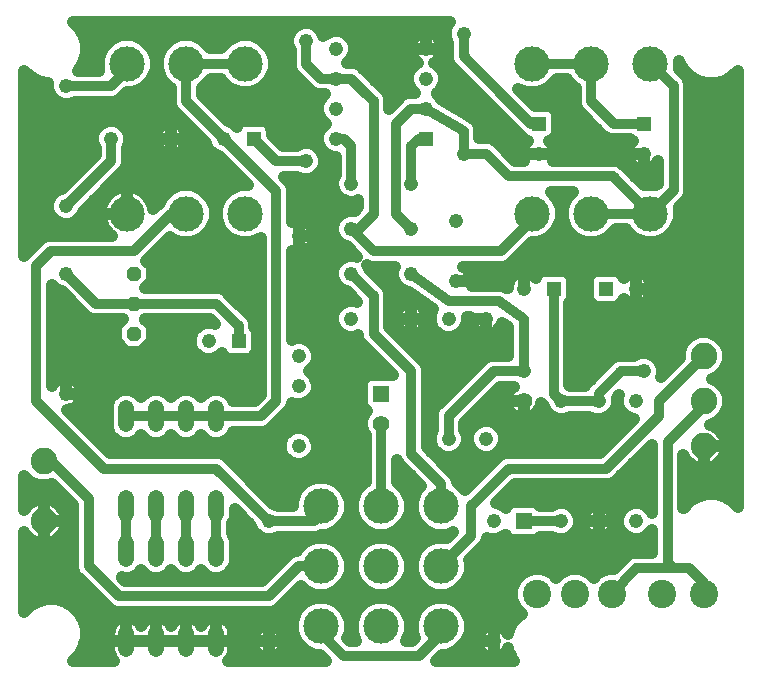
<source format=gbl>
G75*
G70*
%OFA0B0*%
%FSLAX24Y24*%
%IPPOS*%
%LPD*%
%AMOC8*
5,1,8,0,0,1.08239X$1,22.5*
%
%ADD10R,0.0476X0.0476*%
%ADD11C,0.0476*%
%ADD12C,0.0886*%
%ADD13C,0.0554*%
%ADD14R,0.0554X0.0554*%
%ADD15C,0.1181*%
%ADD16OC8,0.0476*%
%ADD17C,0.0520*%
%ADD18C,0.0945*%
%ADD19C,0.0400*%
%ADD20C,0.0320*%
D10*
X008052Y011552D03*
X008552Y018302D03*
X014302Y018302D03*
X018052Y018802D03*
X021552Y018802D03*
X020302Y013302D03*
X018552Y013302D03*
D11*
X017552Y013302D03*
X016302Y012302D03*
X015052Y012302D03*
X013802Y012302D03*
X013802Y013802D03*
X015302Y013552D03*
X013802Y015302D03*
X013802Y016802D03*
X015302Y015552D03*
X015552Y017802D03*
X014302Y019302D03*
X014302Y020302D03*
X014302Y021302D03*
X015552Y021802D03*
X011302Y021302D03*
X010302Y021552D03*
X011302Y020302D03*
X011302Y019302D03*
X011302Y018302D03*
X010302Y017552D03*
X011802Y016802D03*
X011802Y015302D03*
X011802Y013802D03*
X011802Y012302D03*
X010052Y011052D03*
X010052Y010052D03*
X010052Y008052D03*
X009052Y005552D03*
X009052Y001552D03*
X016552Y001552D03*
X016552Y005552D03*
X018802Y005552D03*
X020052Y005552D03*
X021302Y005552D03*
X021302Y009552D03*
X021552Y010552D03*
X020052Y009552D03*
X018802Y009552D03*
X017552Y010552D03*
X016302Y008302D03*
X015052Y008302D03*
X021302Y013302D03*
X021552Y017802D03*
X018052Y017802D03*
X010052Y015052D03*
X007552Y018302D03*
X005802Y018302D03*
X003802Y018302D03*
X002302Y020052D03*
X002302Y016052D03*
X002302Y013802D03*
X002302Y009802D03*
X007052Y011552D03*
D12*
X001552Y007552D03*
X001552Y005552D03*
X023552Y008052D03*
X023552Y009552D03*
X023552Y011052D03*
D13*
X017552Y009552D03*
X012802Y008802D03*
D14*
X012802Y009802D03*
X017552Y005552D03*
D15*
X014802Y006052D03*
X012802Y006052D03*
X010802Y006052D03*
X010802Y004052D03*
X012802Y004052D03*
X014802Y004052D03*
X014802Y002052D03*
X012802Y002052D03*
X010802Y002052D03*
X008271Y015802D03*
X006302Y015802D03*
X004334Y015802D03*
X004334Y020802D03*
X006302Y020802D03*
X008271Y020802D03*
X017834Y020802D03*
X019802Y020802D03*
X021771Y020802D03*
X021771Y015802D03*
X019802Y015802D03*
X017834Y015802D03*
D16*
X004552Y013802D03*
X004552Y012802D03*
X004552Y011802D03*
D17*
X004302Y009312D02*
X004302Y008792D01*
X005302Y008792D02*
X005302Y009312D01*
X006302Y009312D02*
X006302Y008792D01*
X007302Y008792D02*
X007302Y009312D01*
X007302Y006312D02*
X007302Y005792D01*
X006302Y005792D02*
X006302Y006312D01*
X005302Y006312D02*
X005302Y005792D01*
X004302Y005792D02*
X004302Y006312D01*
X004302Y004812D02*
X004302Y004292D01*
X005302Y004292D02*
X005302Y004812D01*
X006302Y004812D02*
X006302Y004292D01*
X007302Y004292D02*
X007302Y004812D01*
X007302Y001812D02*
X007302Y001292D01*
X006302Y001292D02*
X006302Y001812D01*
X005302Y001812D02*
X005302Y001292D01*
X004302Y001292D02*
X004302Y001812D01*
D18*
X018012Y003122D03*
X019262Y003122D03*
X020512Y003122D03*
X022152Y003127D03*
X023552Y003127D03*
D19*
X002724Y001096D02*
X002530Y000902D01*
X003900Y000902D01*
X003875Y000928D01*
X003823Y000999D01*
X003783Y001077D01*
X003756Y001161D01*
X003742Y001248D01*
X003742Y001552D01*
X004302Y001552D01*
X004302Y001553D01*
X004302Y002372D01*
X004258Y002372D01*
X004171Y002359D01*
X004087Y002331D01*
X004009Y002291D01*
X003938Y002239D01*
X003875Y002177D01*
X003823Y002106D01*
X003783Y002027D01*
X003756Y001944D01*
X003742Y001856D01*
X003742Y001553D01*
X004302Y001553D01*
X004303Y001553D01*
X004303Y002372D01*
X004346Y002372D01*
X004434Y002359D01*
X004517Y002331D01*
X004596Y002291D01*
X004667Y002239D01*
X004729Y002177D01*
X004781Y002106D01*
X004802Y002064D01*
X004823Y002106D01*
X004875Y002177D01*
X004938Y002239D01*
X005009Y002291D01*
X005087Y002331D01*
X005171Y002359D01*
X005258Y002372D01*
X005302Y002372D01*
X005302Y001553D01*
X005303Y001553D01*
X005303Y002372D01*
X005346Y002372D01*
X005434Y002359D01*
X005517Y002331D01*
X005596Y002291D01*
X005667Y002239D01*
X005729Y002177D01*
X005781Y002106D01*
X005802Y002064D01*
X005823Y002106D01*
X005875Y002177D01*
X005938Y002239D01*
X006009Y002291D01*
X006087Y002331D01*
X006171Y002359D01*
X006258Y002372D01*
X006302Y002372D01*
X006302Y001553D01*
X006303Y001553D01*
X006303Y002372D01*
X006346Y002372D01*
X006434Y002359D01*
X006517Y002331D01*
X006596Y002291D01*
X006667Y002239D01*
X006729Y002177D01*
X006781Y002106D01*
X006802Y002064D01*
X006823Y002106D01*
X006875Y002177D01*
X006938Y002239D01*
X007009Y002291D01*
X007087Y002331D01*
X007171Y002359D01*
X007258Y002372D01*
X007302Y002372D01*
X007302Y001553D01*
X007303Y001553D01*
X007303Y002372D01*
X007346Y002372D01*
X007434Y002359D01*
X007517Y002331D01*
X007596Y002291D01*
X007667Y002239D01*
X007729Y002177D01*
X007781Y002106D01*
X007821Y002027D01*
X007849Y001944D01*
X007862Y001856D01*
X007862Y001553D01*
X007303Y001553D01*
X007303Y001552D01*
X007862Y001552D01*
X007862Y001248D01*
X007849Y001161D01*
X007821Y001077D01*
X007781Y000999D01*
X007729Y000928D01*
X007704Y000902D01*
X010967Y000902D01*
X010768Y001102D01*
X010613Y001102D01*
X010264Y001247D01*
X009997Y001514D01*
X009852Y001863D01*
X009852Y002241D01*
X009997Y002591D01*
X010264Y002858D01*
X010613Y003003D01*
X010991Y003003D01*
X011341Y002858D01*
X011608Y002591D01*
X011753Y002241D01*
X011753Y001863D01*
X011672Y001668D01*
X011768Y001572D01*
X011972Y001572D01*
X011852Y001863D01*
X011852Y002241D01*
X011997Y002591D01*
X012264Y002858D01*
X012613Y003003D01*
X012991Y003003D01*
X013341Y002858D01*
X013608Y002591D01*
X013753Y002241D01*
X013753Y001863D01*
X013632Y001572D01*
X013837Y001572D01*
X013933Y001668D01*
X013852Y001863D01*
X013852Y002241D01*
X013997Y002591D01*
X014264Y002858D01*
X014613Y003003D01*
X014991Y003003D01*
X015341Y002858D01*
X015608Y002591D01*
X015753Y002241D01*
X015753Y001863D01*
X015608Y001514D01*
X015341Y001247D01*
X014991Y001102D01*
X014837Y001102D01*
X014638Y000902D01*
X017246Y000902D01*
X017211Y000938D01*
X017075Y001174D01*
X017036Y001317D01*
X017012Y001270D01*
X016963Y001202D01*
X016903Y001142D01*
X016834Y001092D01*
X016759Y001054D01*
X016678Y001028D01*
X016595Y001015D01*
X016553Y001015D01*
X016553Y001552D01*
X016552Y001552D01*
X016552Y001015D01*
X016510Y001015D01*
X016426Y001028D01*
X016346Y001054D01*
X016270Y001092D01*
X016202Y001142D01*
X016142Y001202D01*
X016092Y001270D01*
X016054Y001346D01*
X016028Y001426D01*
X016015Y001510D01*
X016015Y001552D01*
X016552Y001552D01*
X016552Y001553D01*
X016552Y002090D01*
X016510Y002090D01*
X016426Y002077D01*
X016346Y002051D01*
X016270Y002012D01*
X016202Y001963D01*
X016142Y001903D01*
X016092Y001834D01*
X016054Y001759D01*
X016028Y001678D01*
X016015Y001595D01*
X016015Y001553D01*
X016552Y001553D01*
X016553Y001553D01*
X016553Y002090D01*
X016595Y002090D01*
X016678Y002077D01*
X016759Y002051D01*
X016834Y002012D01*
X016903Y001963D01*
X016963Y001903D01*
X017012Y001834D01*
X017029Y001801D01*
X017075Y001971D01*
X017211Y002207D01*
X017403Y002399D01*
X017502Y002456D01*
X017307Y002651D01*
X017180Y002957D01*
X017180Y003288D01*
X017307Y003594D01*
X017541Y003828D01*
X017847Y003955D01*
X018178Y003955D01*
X018484Y003828D01*
X018637Y003675D01*
X018791Y003828D01*
X019097Y003955D01*
X019428Y003955D01*
X019734Y003828D01*
X019887Y003675D01*
X020041Y003828D01*
X020347Y003955D01*
X020574Y003955D01*
X020857Y004262D01*
X020862Y004272D01*
X020927Y004338D01*
X020991Y004406D01*
X021000Y004411D01*
X021008Y004418D01*
X021094Y004454D01*
X021178Y004493D01*
X021189Y004493D01*
X021199Y004497D01*
X021292Y004497D01*
X021385Y004501D01*
X021395Y004497D01*
X021832Y004497D01*
X021832Y005270D01*
X021809Y005214D01*
X021641Y005046D01*
X021421Y004955D01*
X021183Y004955D01*
X020964Y005046D01*
X020796Y005214D01*
X020705Y005433D01*
X020705Y005671D01*
X020796Y005891D01*
X020964Y006059D01*
X021183Y006150D01*
X021421Y006150D01*
X021641Y006059D01*
X021809Y005891D01*
X021832Y005835D01*
X021832Y008097D01*
X020743Y007008D01*
X020597Y006862D01*
X020406Y006782D01*
X017268Y006782D01*
X016635Y006150D01*
X016671Y006150D01*
X016891Y006059D01*
X016954Y005996D01*
X016970Y006033D01*
X017071Y006135D01*
X017204Y006189D01*
X017901Y006189D01*
X018033Y006135D01*
X018096Y006072D01*
X018496Y006072D01*
X018683Y006150D01*
X018921Y006150D01*
X019141Y006059D01*
X019309Y005891D01*
X019400Y005671D01*
X019400Y005433D01*
X019309Y005214D01*
X019141Y005046D01*
X018921Y004955D01*
X018683Y004955D01*
X018496Y005032D01*
X018096Y005032D01*
X018033Y004970D01*
X017901Y004915D01*
X017204Y004915D01*
X017071Y004970D01*
X016970Y005071D01*
X016954Y005109D01*
X016891Y005046D01*
X016671Y004955D01*
X016433Y004955D01*
X016322Y005001D01*
X016322Y004949D01*
X016243Y004758D01*
X015745Y004260D01*
X015753Y004241D01*
X015753Y003863D01*
X015608Y003514D01*
X015341Y003247D01*
X014991Y003102D01*
X014613Y003102D01*
X014264Y003247D01*
X013997Y003514D01*
X013852Y003863D01*
X013852Y004241D01*
X013997Y004591D01*
X014264Y004858D01*
X014613Y005003D01*
X014991Y005003D01*
X015010Y004995D01*
X015205Y005190D01*
X014991Y005102D01*
X014613Y005102D01*
X014264Y005247D01*
X013997Y005514D01*
X013852Y005863D01*
X013852Y006241D01*
X013997Y006591D01*
X014138Y006732D01*
X013508Y007362D01*
X013362Y007508D01*
X013322Y007603D01*
X013322Y006866D01*
X013341Y006858D01*
X013608Y006591D01*
X013753Y006241D01*
X013753Y005863D01*
X013608Y005514D01*
X013341Y005247D01*
X012991Y005102D01*
X012613Y005102D01*
X012264Y005247D01*
X011997Y005514D01*
X011852Y005863D01*
X011852Y006241D01*
X011997Y006591D01*
X012264Y006858D01*
X012282Y006866D01*
X012282Y008421D01*
X012262Y008441D01*
X012165Y008676D01*
X012165Y008929D01*
X012262Y009163D01*
X012320Y009221D01*
X012220Y009321D01*
X012165Y009454D01*
X012165Y010151D01*
X012220Y010283D01*
X012321Y010385D01*
X012454Y010439D01*
X013151Y010439D01*
X013200Y010419D01*
X012258Y011362D01*
X012112Y011508D01*
X012032Y011699D01*
X012032Y011751D01*
X011921Y011705D01*
X011683Y011705D01*
X011464Y011796D01*
X011296Y011964D01*
X011205Y012183D01*
X011205Y012421D01*
X011296Y012641D01*
X011464Y012809D01*
X011683Y012900D01*
X011921Y012900D01*
X012003Y012866D01*
X011652Y013218D01*
X011464Y013296D01*
X011296Y013464D01*
X011205Y013683D01*
X011205Y013921D01*
X011296Y014141D01*
X011464Y014309D01*
X011683Y014400D01*
X011921Y014400D01*
X012003Y014366D01*
X011652Y014718D01*
X011464Y014796D01*
X011296Y014964D01*
X011205Y015183D01*
X011205Y015421D01*
X011296Y015641D01*
X011464Y015809D01*
X011683Y015900D01*
X011915Y015900D01*
X012032Y016018D01*
X012032Y016251D01*
X011921Y016205D01*
X011683Y016205D01*
X011464Y016296D01*
X011296Y016464D01*
X011205Y016683D01*
X011205Y016921D01*
X011282Y017109D01*
X011282Y017705D01*
X011183Y017705D01*
X010964Y017796D01*
X010796Y017964D01*
X010705Y018183D01*
X010705Y018421D01*
X010796Y018641D01*
X010957Y018802D01*
X010796Y018964D01*
X010705Y019183D01*
X010705Y019421D01*
X010796Y019641D01*
X010937Y019782D01*
X010699Y019782D01*
X010508Y019862D01*
X010362Y020008D01*
X009862Y020508D01*
X009782Y020699D01*
X009782Y020906D01*
X009782Y021246D01*
X009705Y021433D01*
X009705Y021671D01*
X009796Y021891D01*
X009964Y022059D01*
X010183Y022150D01*
X010421Y022150D01*
X010641Y022059D01*
X010809Y021891D01*
X010878Y021724D01*
X010964Y021809D01*
X011183Y021900D01*
X011421Y021900D01*
X011641Y021809D01*
X011809Y021641D01*
X011900Y021421D01*
X011900Y021183D01*
X011809Y020964D01*
X011668Y020822D01*
X011699Y020822D01*
X011906Y020822D01*
X012097Y020743D01*
X012597Y020243D01*
X012847Y019993D01*
X012993Y019847D01*
X013072Y019656D01*
X013072Y019308D01*
X013362Y019597D01*
X013508Y019743D01*
X013699Y019822D01*
X013937Y019822D01*
X013796Y019964D01*
X013705Y020183D01*
X013705Y020421D01*
X013796Y020641D01*
X013964Y020809D01*
X014031Y020837D01*
X014020Y020842D01*
X013952Y020892D01*
X013892Y020952D01*
X013842Y021020D01*
X013804Y021096D01*
X013778Y021176D01*
X013765Y021260D01*
X013765Y021302D01*
X014302Y021302D01*
X014302Y021303D01*
X014302Y021840D01*
X014260Y021840D01*
X014176Y021827D01*
X014096Y021801D01*
X014020Y021762D01*
X013952Y021713D01*
X013892Y021653D01*
X013842Y021584D01*
X013804Y021509D01*
X013778Y021428D01*
X013765Y021345D01*
X013765Y021303D01*
X014302Y021303D01*
X014303Y021303D01*
X014303Y021840D01*
X014345Y021840D01*
X014428Y021827D01*
X014509Y021801D01*
X014584Y021762D01*
X014653Y021713D01*
X014713Y021653D01*
X014762Y021584D01*
X014801Y021509D01*
X014827Y021428D01*
X014840Y021345D01*
X014840Y021303D01*
X014303Y021303D01*
X014303Y021302D01*
X014840Y021302D01*
X014840Y021260D01*
X014827Y021176D01*
X014801Y021096D01*
X014762Y021020D01*
X014713Y020952D01*
X014653Y020892D01*
X014584Y020842D01*
X014574Y020837D01*
X014641Y020809D01*
X014809Y020641D01*
X014900Y020421D01*
X014900Y020183D01*
X014809Y019964D01*
X014648Y019802D01*
X014809Y019641D01*
X014829Y019593D01*
X015787Y019018D01*
X015847Y018993D01*
X015875Y018965D01*
X015909Y018945D01*
X015947Y018893D01*
X015993Y018847D01*
X016008Y018811D01*
X016032Y018779D01*
X016048Y018716D01*
X016072Y018656D01*
X016072Y018616D01*
X016082Y018578D01*
X016072Y018514D01*
X016072Y018322D01*
X016199Y018322D01*
X016406Y018322D01*
X016597Y018243D01*
X017268Y017572D01*
X017566Y017572D01*
X017554Y017596D01*
X017528Y017676D01*
X017515Y017760D01*
X017515Y017802D01*
X018052Y017802D01*
X018052Y017803D01*
X017515Y017803D01*
X017515Y017845D01*
X017528Y017928D01*
X017554Y018009D01*
X017592Y018084D01*
X017642Y018153D01*
X017702Y018213D01*
X017710Y018218D01*
X017611Y018259D01*
X017509Y018361D01*
X017509Y018361D01*
X017508Y018362D01*
X017362Y018508D01*
X016362Y019508D01*
X015112Y020758D01*
X015032Y020949D01*
X015032Y021156D01*
X015032Y021496D01*
X014955Y021683D01*
X014955Y021921D01*
X015046Y022141D01*
X015107Y022202D01*
X002530Y022202D01*
X002724Y022009D01*
X002875Y021747D01*
X002954Y021454D01*
X002954Y021151D01*
X002875Y020858D01*
X002724Y020596D01*
X002700Y020572D01*
X003400Y020572D01*
X003383Y020613D01*
X003383Y020991D01*
X003528Y021341D01*
X003795Y021608D01*
X004145Y021753D01*
X004523Y021753D01*
X004872Y021608D01*
X005140Y021341D01*
X005284Y020991D01*
X005284Y020613D01*
X005140Y020264D01*
X004872Y019997D01*
X004523Y019852D01*
X004337Y019852D01*
X004243Y019758D01*
X004097Y019612D01*
X003906Y019532D01*
X002609Y019532D01*
X002421Y019455D01*
X002183Y019455D01*
X001964Y019546D01*
X001796Y019714D01*
X001705Y019933D01*
X001705Y020151D01*
X001651Y020151D01*
X001358Y020230D01*
X001096Y020381D01*
X000902Y020574D01*
X000902Y014388D01*
X001008Y014493D01*
X001508Y014993D01*
X001699Y015072D01*
X001906Y015072D01*
X003822Y015072D01*
X003745Y015131D01*
X003663Y015214D01*
X003592Y015307D01*
X003533Y015408D01*
X003489Y015515D01*
X003459Y015628D01*
X003443Y015744D01*
X003443Y015802D01*
X004333Y015802D01*
X004333Y015803D01*
X003443Y015803D01*
X003443Y015861D01*
X003459Y015976D01*
X003489Y016089D01*
X003533Y016197D01*
X003592Y016298D01*
X003663Y016391D01*
X003745Y016473D01*
X003838Y016544D01*
X003939Y016603D01*
X004047Y016647D01*
X004160Y016678D01*
X004275Y016693D01*
X004334Y016693D01*
X004334Y015803D01*
X004334Y015803D01*
X004334Y016693D01*
X004392Y016693D01*
X004508Y016678D01*
X004621Y016647D01*
X004729Y016603D01*
X004830Y016544D01*
X004922Y016473D01*
X005005Y016391D01*
X005076Y016298D01*
X005134Y016197D01*
X005179Y016089D01*
X005209Y015976D01*
X005213Y015948D01*
X005420Y016155D01*
X005497Y016341D01*
X005764Y016608D01*
X006113Y016753D01*
X006491Y016753D01*
X006841Y016608D01*
X007108Y016341D01*
X007253Y015991D01*
X007253Y015613D01*
X007108Y015264D01*
X006841Y014997D01*
X006491Y014852D01*
X006113Y014852D01*
X005764Y014997D01*
X005748Y015013D01*
X004993Y014258D01*
X004968Y014232D01*
X005150Y014050D01*
X005150Y013555D01*
X004918Y013322D01*
X007406Y013322D01*
X007597Y013243D01*
X007743Y013097D01*
X008493Y012347D01*
X008572Y012156D01*
X008572Y012017D01*
X008595Y011994D01*
X008650Y011862D01*
X008650Y011243D01*
X008595Y011111D01*
X008494Y011009D01*
X008362Y010955D01*
X007743Y010955D01*
X007611Y011009D01*
X007509Y011111D01*
X007494Y011148D01*
X007391Y011046D01*
X007171Y010955D01*
X006933Y010955D01*
X006714Y011046D01*
X006546Y011214D01*
X006455Y011433D01*
X006455Y011671D01*
X006546Y011891D01*
X006714Y012059D01*
X006933Y012150D01*
X007171Y012150D01*
X007253Y012116D01*
X007087Y012282D01*
X004918Y012282D01*
X005150Y012050D01*
X005150Y011555D01*
X004800Y011205D01*
X004305Y011205D01*
X003955Y011555D01*
X003955Y012050D01*
X004187Y012282D01*
X003199Y012282D01*
X003008Y012362D01*
X002862Y012508D01*
X002152Y013218D01*
X001964Y013296D01*
X001822Y013437D01*
X001822Y010045D01*
X001842Y010084D01*
X001892Y010153D01*
X001952Y010213D01*
X002020Y010262D01*
X002096Y010301D01*
X002176Y010327D01*
X002260Y010340D01*
X002302Y010340D01*
X002302Y009803D01*
X002303Y009803D01*
X002303Y010340D01*
X002345Y010340D01*
X002428Y010327D01*
X002509Y010301D01*
X002584Y010262D01*
X002653Y010213D01*
X002713Y010153D01*
X002762Y010084D01*
X002801Y010009D01*
X002827Y009928D01*
X002840Y009845D01*
X002840Y009803D01*
X002303Y009803D01*
X002303Y009802D01*
X002840Y009802D01*
X002840Y009760D01*
X002827Y009676D01*
X002801Y009596D01*
X002762Y009520D01*
X002713Y009452D01*
X002653Y009392D01*
X002584Y009342D01*
X002509Y009304D01*
X002428Y009278D01*
X002345Y009265D01*
X002325Y009265D01*
X003768Y007822D01*
X007199Y007822D01*
X007406Y007822D01*
X007597Y007743D01*
X009203Y006137D01*
X009359Y006072D01*
X009852Y006072D01*
X009852Y006241D01*
X009997Y006591D01*
X010264Y006858D01*
X010613Y007003D01*
X010991Y007003D01*
X011341Y006858D01*
X011608Y006591D01*
X011753Y006241D01*
X011753Y005863D01*
X011608Y005514D01*
X011341Y005247D01*
X010991Y005102D01*
X010823Y005102D01*
X010656Y005032D01*
X009359Y005032D01*
X009171Y004955D01*
X008933Y004955D01*
X008714Y005046D01*
X008546Y005214D01*
X008468Y005402D01*
X007922Y005947D01*
X007922Y005669D01*
X007828Y005441D01*
X007822Y005436D01*
X007822Y005169D01*
X007828Y005164D01*
X007922Y004936D01*
X007922Y004169D01*
X007828Y003941D01*
X007654Y003767D01*
X007426Y003672D01*
X007179Y003672D01*
X006951Y003767D01*
X006802Y003916D01*
X006654Y003767D01*
X006426Y003672D01*
X006179Y003672D01*
X005951Y003767D01*
X005802Y003916D01*
X005654Y003767D01*
X005426Y003672D01*
X005179Y003672D01*
X004951Y003767D01*
X004802Y003916D01*
X004654Y003767D01*
X004426Y003672D01*
X004179Y003672D01*
X004160Y003680D01*
X004268Y003572D01*
X008837Y003572D01*
X009758Y004493D01*
X009949Y004572D01*
X009989Y004572D01*
X009997Y004591D01*
X010264Y004858D01*
X010613Y005003D01*
X010991Y005003D01*
X011341Y004858D01*
X011608Y004591D01*
X011753Y004241D01*
X011753Y003863D01*
X011608Y003514D01*
X011341Y003247D01*
X010991Y003102D01*
X010613Y003102D01*
X010264Y003247D01*
X010123Y003388D01*
X009347Y002612D01*
X009156Y002532D01*
X008949Y002532D01*
X004156Y002532D01*
X003949Y002532D01*
X003758Y002612D01*
X003258Y003112D01*
X003258Y003112D01*
X002758Y003612D01*
X002758Y003612D01*
X002612Y003758D01*
X002532Y003949D01*
X002532Y006087D01*
X001824Y006796D01*
X001712Y006749D01*
X001393Y006749D01*
X001098Y006872D01*
X000902Y007067D01*
X000902Y005912D01*
X000933Y005966D01*
X000993Y006043D01*
X001061Y006112D01*
X001139Y006171D01*
X001223Y006220D01*
X001313Y006257D01*
X001407Y006283D01*
X001504Y006295D01*
X001552Y006295D01*
X001552Y005553D01*
X001553Y005553D01*
X001553Y006295D01*
X001601Y006295D01*
X001698Y006283D01*
X001792Y006257D01*
X001882Y006220D01*
X001966Y006171D01*
X002043Y006112D01*
X002112Y006043D01*
X002171Y005966D01*
X002220Y005882D01*
X002532Y005882D01*
X002257Y005792D02*
X002283Y005698D01*
X002295Y005601D01*
X002295Y005553D01*
X001553Y005553D01*
X001553Y005552D01*
X002295Y005552D01*
X002295Y005504D01*
X002283Y005407D01*
X002257Y005313D01*
X002220Y005223D01*
X002171Y005139D01*
X002112Y005061D01*
X002043Y004993D01*
X001966Y004933D01*
X001882Y004885D01*
X001792Y004847D01*
X001698Y004822D01*
X001601Y004809D01*
X001553Y004809D01*
X001553Y005552D01*
X001552Y005552D01*
X001552Y004809D01*
X001504Y004809D01*
X001407Y004822D01*
X001313Y004847D01*
X001223Y004885D01*
X001139Y004933D01*
X001061Y004993D01*
X000993Y005061D01*
X000933Y005139D01*
X000902Y005192D01*
X000902Y002530D01*
X001096Y002724D01*
X001358Y002875D01*
X001651Y002954D01*
X001954Y002954D01*
X002247Y002875D01*
X002509Y002724D01*
X002724Y002509D01*
X002875Y002247D01*
X002954Y001954D01*
X002954Y001651D01*
X002875Y001358D01*
X002724Y001096D01*
X002726Y001099D02*
X003776Y001099D01*
X003742Y001498D02*
X002913Y001498D01*
X002954Y001897D02*
X003749Y001897D01*
X004016Y002295D02*
X002847Y002295D01*
X002539Y002694D02*
X003676Y002694D01*
X003277Y003092D02*
X000902Y003092D01*
X000902Y002694D02*
X001066Y002694D01*
X000902Y003491D02*
X002879Y003491D01*
X002557Y003889D02*
X000902Y003889D01*
X000902Y004288D02*
X002532Y004288D01*
X002532Y004686D02*
X000902Y004686D01*
X000902Y005085D02*
X000975Y005085D01*
X001552Y005085D02*
X001553Y005085D01*
X001552Y005483D02*
X001553Y005483D01*
X001552Y005882D02*
X001553Y005882D01*
X001552Y006281D02*
X001553Y006281D01*
X001705Y006281D02*
X002339Y006281D01*
X002220Y005882D02*
X002257Y005792D01*
X002293Y005483D02*
X002532Y005483D01*
X002532Y005085D02*
X002130Y005085D01*
X001400Y006281D02*
X000902Y006281D01*
X000902Y006679D02*
X001940Y006679D01*
X003317Y008273D02*
X003945Y008273D01*
X003951Y008267D02*
X004179Y008172D01*
X004426Y008172D01*
X004654Y008267D01*
X004802Y008416D01*
X004951Y008267D01*
X005179Y008172D01*
X005426Y008172D01*
X005654Y008267D01*
X005802Y008416D01*
X005951Y008267D01*
X006179Y008172D01*
X006426Y008172D01*
X006654Y008267D01*
X006802Y008416D01*
X006951Y008267D01*
X007179Y008172D01*
X007426Y008172D01*
X007654Y008267D01*
X007828Y008441D01*
X007866Y008532D01*
X008906Y008532D01*
X009097Y008612D01*
X009243Y008758D01*
X009743Y009258D01*
X009822Y009449D01*
X009822Y009501D01*
X009933Y009455D01*
X010171Y009455D01*
X010391Y009546D01*
X010559Y009714D01*
X010650Y009933D01*
X010650Y010171D01*
X010559Y010391D01*
X010398Y010552D01*
X010559Y010714D01*
X010650Y010933D01*
X010650Y011171D01*
X010559Y011391D01*
X010391Y011559D01*
X010171Y011650D01*
X009933Y011650D01*
X009822Y011604D01*
X009822Y014566D01*
X009846Y014554D01*
X009926Y014528D01*
X010010Y014515D01*
X010052Y014515D01*
X010052Y015052D01*
X010053Y015052D01*
X010053Y015053D01*
X010052Y015053D01*
X010052Y015590D01*
X010010Y015590D01*
X009926Y015577D01*
X009846Y015551D01*
X009822Y015539D01*
X009822Y016656D01*
X009743Y016847D01*
X009597Y016993D01*
X009558Y017032D01*
X009996Y017032D01*
X010183Y016955D01*
X010421Y016955D01*
X010641Y017046D01*
X010809Y017214D01*
X010900Y017433D01*
X010900Y017671D01*
X010809Y017891D01*
X010641Y018059D01*
X010421Y018150D01*
X010183Y018150D01*
X009996Y018072D01*
X009518Y018072D01*
X009150Y018440D01*
X009150Y018612D01*
X009095Y018744D01*
X008994Y018845D01*
X008862Y018900D01*
X008243Y018900D01*
X008111Y018845D01*
X008009Y018744D01*
X007994Y018706D01*
X007891Y018809D01*
X007703Y018887D01*
X006822Y019768D01*
X006822Y019989D01*
X006841Y019997D01*
X007108Y020264D01*
X007116Y020282D01*
X007457Y020282D01*
X007465Y020264D01*
X007732Y019997D01*
X008082Y019852D01*
X008460Y019852D01*
X008809Y019997D01*
X009077Y020264D01*
X009221Y020613D01*
X009221Y020991D01*
X009077Y021341D01*
X008809Y021608D01*
X008460Y021753D01*
X008082Y021753D01*
X007732Y021608D01*
X007465Y021341D01*
X007457Y021322D01*
X007116Y021322D01*
X007108Y021341D01*
X006841Y021608D01*
X006491Y021753D01*
X006113Y021753D01*
X005764Y021608D01*
X005497Y021341D01*
X005352Y020991D01*
X005352Y020613D01*
X005497Y020264D01*
X005764Y019997D01*
X005782Y019989D01*
X005782Y019656D01*
X005782Y019449D01*
X005862Y019258D01*
X006968Y018152D01*
X007046Y017964D01*
X007214Y017796D01*
X007402Y017718D01*
X008366Y016753D01*
X008082Y016753D01*
X007732Y016608D01*
X007465Y016341D01*
X007320Y015991D01*
X007320Y015613D01*
X007465Y015264D01*
X007732Y014997D01*
X008082Y014852D01*
X008460Y014852D01*
X008782Y014985D01*
X008782Y009768D01*
X008587Y009572D01*
X007866Y009572D01*
X007828Y009664D01*
X007654Y009838D01*
X007426Y009932D01*
X007179Y009932D01*
X006951Y009838D01*
X006802Y009689D01*
X006654Y009838D01*
X006426Y009932D01*
X006179Y009932D01*
X005951Y009838D01*
X005802Y009689D01*
X005654Y009838D01*
X005426Y009932D01*
X005179Y009932D01*
X004951Y009838D01*
X004802Y009689D01*
X004654Y009838D01*
X004426Y009932D01*
X004179Y009932D01*
X003951Y009838D01*
X003777Y009664D01*
X003682Y009436D01*
X003682Y008669D01*
X003777Y008441D01*
X003951Y008267D01*
X003715Y007875D02*
X009479Y007875D01*
X009455Y007933D02*
X009455Y008171D01*
X009546Y008391D01*
X009714Y008559D01*
X009933Y008650D01*
X010171Y008650D01*
X010391Y008559D01*
X010559Y008391D01*
X010650Y008171D01*
X010650Y007933D01*
X010559Y007714D01*
X010391Y007546D01*
X010171Y007455D01*
X009933Y007455D01*
X009714Y007546D01*
X009546Y007714D01*
X009455Y007933D01*
X009497Y008273D02*
X007660Y008273D01*
X006945Y008273D02*
X006660Y008273D01*
X005945Y008273D02*
X005660Y008273D01*
X004945Y008273D02*
X004660Y008273D01*
X003682Y008672D02*
X002918Y008672D01*
X002520Y009070D02*
X003682Y009070D01*
X003696Y009469D02*
X002725Y009469D01*
X002837Y009867D02*
X004022Y009867D01*
X004582Y009867D02*
X005022Y009867D01*
X005582Y009867D02*
X006022Y009867D01*
X006582Y009867D02*
X007022Y009867D01*
X007582Y009867D02*
X008782Y009867D01*
X008782Y010266D02*
X002577Y010266D01*
X002303Y010266D02*
X002302Y010266D01*
X002028Y010266D02*
X001822Y010266D01*
X001822Y010664D02*
X008782Y010664D01*
X008782Y011063D02*
X008548Y011063D01*
X008650Y011462D02*
X008782Y011462D01*
X008782Y011860D02*
X008650Y011860D01*
X008530Y012259D02*
X008782Y012259D01*
X008782Y012657D02*
X008183Y012657D01*
X007784Y013056D02*
X008782Y013056D01*
X008782Y013454D02*
X005050Y013454D01*
X005150Y013853D02*
X008782Y013853D01*
X008782Y014251D02*
X004987Y014251D01*
X005385Y014650D02*
X008782Y014650D01*
X009822Y014251D02*
X011406Y014251D01*
X011205Y013853D02*
X009822Y013853D01*
X009822Y013454D02*
X011305Y013454D01*
X011814Y013056D02*
X009822Y013056D01*
X009822Y012657D02*
X011312Y012657D01*
X011205Y012259D02*
X009822Y012259D01*
X009822Y011860D02*
X011399Y011860D01*
X012158Y011462D02*
X010489Y011462D01*
X010650Y011063D02*
X012556Y011063D01*
X012955Y010664D02*
X010510Y010664D01*
X010611Y010266D02*
X012213Y010266D01*
X012165Y009867D02*
X010623Y009867D01*
X010206Y009469D02*
X012165Y009469D01*
X012224Y009070D02*
X009556Y009070D01*
X009822Y009469D02*
X009899Y009469D01*
X009157Y008672D02*
X012167Y008672D01*
X012282Y008273D02*
X010608Y008273D01*
X010626Y007875D02*
X012282Y007875D01*
X012282Y007476D02*
X010223Y007476D01*
X009881Y007476D02*
X007864Y007476D01*
X008262Y007078D02*
X012282Y007078D01*
X012085Y006679D02*
X011520Y006679D01*
X011737Y006281D02*
X011868Y006281D01*
X011852Y005882D02*
X011753Y005882D01*
X011578Y005483D02*
X012027Y005483D01*
X012264Y004858D02*
X011997Y004591D01*
X011852Y004241D01*
X011852Y003863D01*
X011997Y003514D01*
X012264Y003247D01*
X012613Y003102D01*
X012991Y003102D01*
X013341Y003247D01*
X013608Y003514D01*
X013753Y003863D01*
X013753Y004241D01*
X013608Y004591D01*
X013341Y004858D01*
X012991Y005003D01*
X012613Y005003D01*
X012264Y004858D01*
X012092Y004686D02*
X011513Y004686D01*
X011734Y004288D02*
X011871Y004288D01*
X011852Y003889D02*
X011753Y003889D01*
X011585Y003491D02*
X012020Y003491D01*
X012099Y002694D02*
X011505Y002694D01*
X011731Y002295D02*
X011874Y002295D01*
X011852Y001897D02*
X011753Y001897D01*
X010770Y001099D02*
X009344Y001099D01*
X009334Y001092D02*
X009403Y001142D01*
X009463Y001202D01*
X009512Y001270D01*
X009551Y001346D01*
X009577Y001426D01*
X009590Y001510D01*
X009590Y001552D01*
X009053Y001552D01*
X009053Y001553D01*
X009052Y001553D01*
X009052Y002090D01*
X009010Y002090D01*
X008926Y002077D01*
X008846Y002051D01*
X008770Y002012D01*
X008702Y001963D01*
X008642Y001903D01*
X008592Y001834D01*
X008554Y001759D01*
X008528Y001678D01*
X008515Y001595D01*
X008515Y001553D01*
X009052Y001553D01*
X009052Y001552D01*
X008515Y001552D01*
X008515Y001510D01*
X008528Y001426D01*
X008554Y001346D01*
X008592Y001270D01*
X008642Y001202D01*
X008702Y001142D01*
X008770Y001092D01*
X008846Y001054D01*
X008926Y001028D01*
X009010Y001015D01*
X009052Y001015D01*
X009052Y001552D01*
X009053Y001552D01*
X009053Y001015D01*
X009095Y001015D01*
X009178Y001028D01*
X009259Y001054D01*
X009334Y001092D01*
X009053Y001099D02*
X009052Y001099D01*
X008761Y001099D02*
X007828Y001099D01*
X007862Y001498D02*
X008516Y001498D01*
X008638Y001897D02*
X007856Y001897D01*
X007588Y002295D02*
X009874Y002295D01*
X009852Y001897D02*
X009467Y001897D01*
X009463Y001903D02*
X009403Y001963D01*
X009334Y002012D01*
X009259Y002051D01*
X009178Y002077D01*
X009095Y002090D01*
X009053Y002090D01*
X009053Y001553D01*
X009590Y001553D01*
X009590Y001595D01*
X009577Y001678D01*
X009551Y001759D01*
X009512Y001834D01*
X009463Y001903D01*
X009053Y001897D02*
X009052Y001897D01*
X009052Y001498D02*
X009053Y001498D01*
X009588Y001498D02*
X010012Y001498D01*
X010099Y002694D02*
X009429Y002694D01*
X009828Y003092D02*
X017180Y003092D01*
X017264Y003491D02*
X015585Y003491D01*
X015753Y003889D02*
X017689Y003889D01*
X018336Y003889D02*
X018939Y003889D01*
X019586Y003889D02*
X020189Y003889D01*
X020877Y004288D02*
X015773Y004288D01*
X016172Y004686D02*
X021832Y004686D01*
X021832Y005085D02*
X021680Y005085D01*
X020924Y005085D02*
X020319Y005085D01*
X020334Y005092D02*
X020403Y005142D01*
X020463Y005202D01*
X020512Y005270D01*
X020551Y005346D01*
X020577Y005426D01*
X020590Y005510D01*
X020590Y005552D01*
X020053Y005552D01*
X020053Y005553D01*
X020052Y005553D01*
X020052Y006090D01*
X020010Y006090D01*
X019926Y006077D01*
X019846Y006051D01*
X019770Y006012D01*
X019702Y005963D01*
X019642Y005903D01*
X019592Y005834D01*
X019554Y005759D01*
X019528Y005678D01*
X019515Y005595D01*
X019515Y005553D01*
X020052Y005553D01*
X020052Y005552D01*
X019515Y005552D01*
X019515Y005510D01*
X019528Y005426D01*
X019554Y005346D01*
X019592Y005270D01*
X019642Y005202D01*
X019702Y005142D01*
X019770Y005092D01*
X019846Y005054D01*
X019926Y005028D01*
X020010Y005015D01*
X020052Y005015D01*
X020052Y005552D01*
X020053Y005552D01*
X020053Y005015D01*
X020095Y005015D01*
X020178Y005028D01*
X020259Y005054D01*
X020334Y005092D01*
X020053Y005085D02*
X020052Y005085D01*
X019785Y005085D02*
X019180Y005085D01*
X019400Y005483D02*
X019519Y005483D01*
X019627Y005882D02*
X019313Y005882D01*
X020052Y005882D02*
X020053Y005882D01*
X020053Y006090D02*
X020053Y005553D01*
X020590Y005553D01*
X020590Y005595D01*
X020577Y005678D01*
X020551Y005759D01*
X020512Y005834D01*
X020463Y005903D01*
X020403Y005963D01*
X020334Y006012D01*
X020259Y006051D01*
X020178Y006077D01*
X020095Y006090D01*
X020053Y006090D01*
X020478Y005882D02*
X020792Y005882D01*
X020705Y005483D02*
X020586Y005483D01*
X020053Y005483D02*
X020052Y005483D01*
X020813Y007078D02*
X021832Y007078D01*
X021832Y007476D02*
X021211Y007476D01*
X021610Y007875D02*
X021832Y007875D01*
X022872Y007753D02*
X022885Y007723D01*
X022933Y007639D01*
X022993Y007561D01*
X023061Y007493D01*
X023139Y007433D01*
X023223Y007385D01*
X023313Y007347D01*
X023407Y007322D01*
X023504Y007309D01*
X023552Y007309D01*
X023552Y008052D01*
X023553Y008052D01*
X023553Y008053D01*
X024295Y008053D01*
X024295Y008101D01*
X024283Y008198D01*
X024257Y008292D01*
X024220Y008382D01*
X024171Y008466D01*
X024112Y008543D01*
X024043Y008612D01*
X023966Y008671D01*
X023882Y008720D01*
X023792Y008757D01*
X023755Y008767D01*
X024007Y008872D01*
X024233Y009098D01*
X024355Y009393D01*
X024355Y009712D01*
X024233Y010007D01*
X024007Y010233D01*
X023840Y010302D01*
X024007Y010372D01*
X024233Y010598D01*
X024355Y010893D01*
X024355Y011212D01*
X024233Y011507D01*
X024007Y011733D01*
X023712Y011855D01*
X023393Y011855D01*
X023098Y011733D01*
X022872Y011507D01*
X022749Y011212D01*
X022749Y010985D01*
X022116Y010351D01*
X022150Y010433D01*
X022150Y010671D01*
X022059Y010891D01*
X021891Y011059D01*
X021671Y011150D01*
X021433Y011150D01*
X021246Y011072D01*
X020699Y011072D01*
X020508Y010993D01*
X020362Y010847D01*
X019612Y010097D01*
X019601Y010072D01*
X019109Y010072D01*
X019072Y010088D01*
X019072Y012838D01*
X019095Y012861D01*
X019150Y012993D01*
X019150Y013612D01*
X019095Y013744D01*
X018994Y013845D01*
X018862Y013900D01*
X018243Y013900D01*
X018111Y013845D01*
X018009Y013744D01*
X017968Y013645D01*
X017963Y013653D01*
X017903Y013713D01*
X017834Y013762D01*
X017759Y013801D01*
X017678Y013827D01*
X017595Y013840D01*
X017553Y013840D01*
X017553Y013303D01*
X017552Y013303D01*
X017552Y013840D01*
X017510Y013840D01*
X017426Y013827D01*
X017346Y013801D01*
X017270Y013762D01*
X017202Y013713D01*
X017142Y013653D01*
X017092Y013584D01*
X017054Y013509D01*
X017028Y013428D01*
X017015Y013345D01*
X017015Y013321D01*
X016978Y013336D01*
X016940Y013363D01*
X016884Y013375D01*
X016831Y013397D01*
X016784Y013397D01*
X016738Y013407D01*
X016681Y013397D01*
X015817Y013397D01*
X015827Y013426D01*
X015840Y013510D01*
X015840Y013552D01*
X015303Y013552D01*
X015303Y013553D01*
X015840Y013553D01*
X015840Y013595D01*
X015827Y013678D01*
X015801Y013759D01*
X015762Y013834D01*
X015713Y013903D01*
X015653Y013963D01*
X015584Y014012D01*
X015545Y014032D01*
X016906Y014032D01*
X017097Y014112D01*
X017243Y014258D01*
X017837Y014852D01*
X018023Y014852D01*
X018372Y014997D01*
X018640Y015264D01*
X018784Y015613D01*
X018784Y015991D01*
X018640Y016341D01*
X018448Y016532D01*
X019188Y016532D01*
X018997Y016341D01*
X018852Y015991D01*
X018852Y015613D01*
X018997Y015264D01*
X019264Y014997D01*
X019613Y014852D01*
X019991Y014852D01*
X020341Y014997D01*
X020608Y015264D01*
X020616Y015282D01*
X020957Y015282D01*
X020965Y015264D01*
X021232Y014997D01*
X021582Y014852D01*
X021960Y014852D01*
X022309Y014997D01*
X022577Y015264D01*
X022721Y015613D01*
X022721Y015991D01*
X022714Y016010D01*
X022993Y016289D01*
X023072Y016480D01*
X023072Y016687D01*
X023072Y020156D01*
X022993Y020347D01*
X022847Y020493D01*
X022721Y020619D01*
X022721Y020889D01*
X022730Y020858D01*
X022881Y020596D01*
X023096Y020381D01*
X023358Y020230D01*
X023651Y020151D01*
X023954Y020151D01*
X024247Y020230D01*
X024509Y020381D01*
X024702Y020574D01*
X024702Y006030D01*
X024509Y006224D01*
X024247Y006375D01*
X023954Y006454D01*
X023651Y006454D01*
X023358Y006375D01*
X023096Y006224D01*
X022881Y006009D01*
X022872Y005994D01*
X022872Y007753D01*
X022872Y007476D02*
X023083Y007476D01*
X023552Y007476D02*
X023553Y007476D01*
X023553Y007309D02*
X023601Y007309D01*
X023698Y007322D01*
X023792Y007347D01*
X023882Y007385D01*
X023966Y007433D01*
X024043Y007493D01*
X024112Y007561D01*
X024171Y007639D01*
X024220Y007723D01*
X024257Y007813D01*
X024283Y007907D01*
X024295Y008004D01*
X024295Y008052D01*
X023553Y008052D01*
X023553Y007309D01*
X024022Y007476D02*
X024702Y007476D01*
X024702Y007078D02*
X022872Y007078D01*
X022872Y006679D02*
X024702Y006679D01*
X024702Y006281D02*
X024410Y006281D01*
X023194Y006281D02*
X022872Y006281D01*
X021832Y006281D02*
X016766Y006281D01*
X017164Y006679D02*
X021832Y006679D01*
X021813Y005882D02*
X021832Y005882D01*
X020087Y007822D02*
X017156Y007822D01*
X016949Y007822D01*
X016758Y007743D01*
X015607Y006592D01*
X015341Y006858D01*
X015322Y006866D01*
X015322Y006906D01*
X015243Y007097D01*
X014322Y008018D01*
X014322Y010449D01*
X014322Y010656D01*
X014243Y010847D01*
X013072Y012018D01*
X013072Y012949D01*
X013072Y013156D01*
X012993Y013347D01*
X012387Y013953D01*
X012334Y014080D01*
X012449Y014032D01*
X012656Y014032D01*
X013251Y014032D01*
X013205Y013921D01*
X013205Y013683D01*
X013296Y013464D01*
X013464Y013296D01*
X013683Y013205D01*
X013736Y013205D01*
X014534Y012614D01*
X014455Y012421D01*
X014455Y012183D01*
X014546Y011964D01*
X014714Y011796D01*
X014933Y011705D01*
X015171Y011705D01*
X015391Y011796D01*
X015559Y011964D01*
X015650Y012183D01*
X015650Y012357D01*
X015767Y012357D01*
X015765Y012345D01*
X015765Y012303D01*
X016302Y012303D01*
X016302Y012302D01*
X016303Y012302D01*
X016303Y011765D01*
X016345Y011765D01*
X016428Y011778D01*
X016509Y011804D01*
X016584Y011842D01*
X016653Y011892D01*
X016713Y011952D01*
X016762Y012020D01*
X016801Y012096D01*
X016826Y012175D01*
X017032Y012031D01*
X017032Y011072D01*
X016656Y011072D01*
X016449Y011072D01*
X016258Y010993D01*
X014758Y009493D01*
X014612Y009347D01*
X014532Y009156D01*
X014532Y008609D01*
X014455Y008421D01*
X014455Y008183D01*
X014546Y007964D01*
X014714Y007796D01*
X014933Y007705D01*
X015171Y007705D01*
X015391Y007796D01*
X015559Y007964D01*
X015650Y008183D01*
X015650Y008421D01*
X015572Y008609D01*
X015572Y008837D01*
X016768Y010032D01*
X017231Y010032D01*
X017176Y009993D01*
X017112Y009928D01*
X017059Y009855D01*
X017017Y009774D01*
X016989Y009688D01*
X016975Y009598D01*
X016975Y009553D01*
X017552Y009553D01*
X017552Y009552D01*
X017553Y009552D01*
X017553Y008975D01*
X017598Y008975D01*
X017688Y008989D01*
X017774Y009017D01*
X017855Y009059D01*
X017928Y009112D01*
X017993Y009176D01*
X018046Y009250D01*
X018087Y009331D01*
X018115Y009417D01*
X018127Y009492D01*
X018218Y009402D01*
X018296Y009214D01*
X018464Y009046D01*
X018683Y008955D01*
X018921Y008955D01*
X019109Y009032D01*
X019746Y009032D01*
X019933Y008955D01*
X020171Y008955D01*
X020391Y009046D01*
X020559Y009214D01*
X020650Y009433D01*
X020650Y009665D01*
X020739Y009753D01*
X020705Y009671D01*
X020705Y009433D01*
X020796Y009214D01*
X020964Y009046D01*
X021183Y008955D01*
X021219Y008955D01*
X020087Y007822D01*
X020139Y007875D02*
X016720Y007875D01*
X016641Y007796D02*
X016809Y007964D01*
X016900Y008183D01*
X016900Y008421D01*
X016809Y008641D01*
X016641Y008809D01*
X016421Y008900D01*
X016183Y008900D01*
X015964Y008809D01*
X015796Y008641D01*
X015705Y008421D01*
X015705Y008183D01*
X015796Y007964D01*
X015964Y007796D01*
X016183Y007705D01*
X016421Y007705D01*
X016641Y007796D01*
X016491Y007476D02*
X014864Y007476D01*
X014635Y007875D02*
X014465Y007875D01*
X014455Y008273D02*
X014322Y008273D01*
X014322Y008672D02*
X014532Y008672D01*
X014532Y009070D02*
X014322Y009070D01*
X014322Y009469D02*
X014734Y009469D01*
X015132Y009867D02*
X014322Y009867D01*
X014322Y010266D02*
X015531Y010266D01*
X015929Y010664D02*
X014319Y010664D01*
X014027Y011063D02*
X016426Y011063D01*
X017032Y011462D02*
X013628Y011462D01*
X013676Y011778D02*
X013760Y011765D01*
X013802Y011765D01*
X013802Y012302D01*
X013803Y012302D01*
X013803Y012303D01*
X014340Y012303D01*
X014340Y012345D01*
X014327Y012428D01*
X014301Y012509D01*
X014262Y012584D01*
X014213Y012653D01*
X014153Y012713D01*
X014084Y012762D01*
X014009Y012801D01*
X013928Y012827D01*
X013845Y012840D01*
X013803Y012840D01*
X013803Y012303D01*
X013802Y012303D01*
X013802Y012840D01*
X013760Y012840D01*
X013676Y012827D01*
X013596Y012801D01*
X013520Y012762D01*
X013452Y012713D01*
X013392Y012653D01*
X013342Y012584D01*
X013304Y012509D01*
X013278Y012428D01*
X013265Y012345D01*
X013265Y012303D01*
X013802Y012303D01*
X013802Y012302D01*
X013265Y012302D01*
X013265Y012260D01*
X013278Y012176D01*
X013304Y012096D01*
X013342Y012020D01*
X013392Y011952D01*
X013452Y011892D01*
X013520Y011842D01*
X013596Y011804D01*
X013676Y011778D01*
X013803Y011765D02*
X013845Y011765D01*
X013928Y011778D01*
X014009Y011804D01*
X014084Y011842D01*
X014153Y011892D01*
X014213Y011952D01*
X014262Y012020D01*
X014301Y012096D01*
X014327Y012176D01*
X014340Y012260D01*
X014340Y012302D01*
X013803Y012302D01*
X013803Y011765D01*
X013802Y011860D02*
X013803Y011860D01*
X013496Y011860D02*
X013230Y011860D01*
X013265Y012259D02*
X013072Y012259D01*
X013072Y012657D02*
X013397Y012657D01*
X013802Y012657D02*
X013803Y012657D01*
X013802Y012259D02*
X013803Y012259D01*
X014109Y011860D02*
X014649Y011860D01*
X014455Y012259D02*
X014340Y012259D01*
X014208Y012657D02*
X014476Y012657D01*
X013937Y013056D02*
X013072Y013056D01*
X012886Y013454D02*
X013305Y013454D01*
X013205Y013853D02*
X012487Y013853D01*
X011719Y014650D02*
X010410Y014650D01*
X010403Y014642D02*
X010463Y014702D01*
X010512Y014770D01*
X010551Y014846D01*
X010577Y014926D01*
X010590Y015010D01*
X010590Y015052D01*
X010053Y015052D01*
X010053Y014515D01*
X010095Y014515D01*
X010178Y014528D01*
X010259Y014554D01*
X010334Y014592D01*
X010403Y014642D01*
X010053Y014650D02*
X010052Y014650D01*
X010052Y015048D02*
X010053Y015048D01*
X010053Y015053D02*
X010590Y015053D01*
X010590Y015095D01*
X010577Y015178D01*
X010551Y015259D01*
X010512Y015334D01*
X010463Y015403D01*
X010403Y015463D01*
X010334Y015512D01*
X010259Y015551D01*
X010178Y015577D01*
X010095Y015590D01*
X010053Y015590D01*
X010053Y015053D01*
X010052Y015447D02*
X010053Y015447D01*
X010418Y015447D02*
X011215Y015447D01*
X011260Y015048D02*
X010590Y015048D01*
X009822Y015846D02*
X011552Y015846D01*
X011588Y016244D02*
X009822Y016244D01*
X009822Y016643D02*
X011221Y016643D01*
X011254Y017041D02*
X010630Y017041D01*
X010900Y017440D02*
X011282Y017440D01*
X010921Y017838D02*
X010831Y017838D01*
X010705Y018237D02*
X009353Y018237D01*
X009140Y018635D02*
X010793Y018635D01*
X010766Y019034D02*
X007556Y019034D01*
X007158Y019432D02*
X010709Y019432D01*
X010582Y019831D02*
X006822Y019831D01*
X007074Y020230D02*
X007499Y020230D01*
X007549Y021425D02*
X007024Y021425D01*
X005581Y021425D02*
X005055Y021425D01*
X005270Y021027D02*
X005366Y021027D01*
X005352Y020628D02*
X005284Y020628D01*
X005105Y020230D02*
X005531Y020230D01*
X005782Y019831D02*
X004316Y019831D01*
X003921Y018900D02*
X003683Y018900D01*
X003464Y018809D01*
X003296Y018641D01*
X003205Y018421D01*
X003205Y018183D01*
X003282Y017996D01*
X003282Y017768D01*
X002152Y016637D01*
X001964Y016559D01*
X001796Y016391D01*
X001705Y016171D01*
X001705Y015933D01*
X001796Y015714D01*
X001964Y015546D01*
X002183Y015455D01*
X002421Y015455D01*
X002641Y015546D01*
X002809Y015714D01*
X002887Y015902D01*
X004243Y017258D01*
X004322Y017449D01*
X004322Y017656D01*
X004322Y017996D01*
X004400Y018183D01*
X004400Y018421D01*
X004309Y018641D01*
X004141Y018809D01*
X003921Y018900D01*
X004311Y018635D02*
X005380Y018635D01*
X005392Y018653D02*
X005342Y018584D01*
X005304Y018509D01*
X005278Y018428D01*
X005265Y018345D01*
X005265Y018303D01*
X005802Y018303D01*
X005802Y018840D01*
X005760Y018840D01*
X005676Y018827D01*
X005596Y018801D01*
X005520Y018762D01*
X005452Y018713D01*
X005392Y018653D01*
X005265Y018302D02*
X005265Y018260D01*
X005278Y018176D01*
X005304Y018096D01*
X005342Y018020D01*
X005392Y017952D01*
X005452Y017892D01*
X005520Y017842D01*
X005596Y017804D01*
X005676Y017778D01*
X005760Y017765D01*
X005802Y017765D01*
X005802Y018302D01*
X005803Y018302D01*
X005803Y018303D01*
X006340Y018303D01*
X006340Y018345D01*
X006327Y018428D01*
X006301Y018509D01*
X006262Y018584D01*
X006213Y018653D01*
X006153Y018713D01*
X006084Y018762D01*
X006009Y018801D01*
X005928Y018827D01*
X005845Y018840D01*
X005803Y018840D01*
X005803Y018303D01*
X005802Y018303D01*
X005802Y018302D01*
X005265Y018302D01*
X005268Y018237D02*
X004400Y018237D01*
X004322Y017838D02*
X005529Y017838D01*
X005802Y017838D02*
X005803Y017838D01*
X005803Y017765D02*
X005845Y017765D01*
X005928Y017778D01*
X006009Y017804D01*
X006084Y017842D01*
X006153Y017892D01*
X006213Y017952D01*
X006262Y018020D01*
X006301Y018096D01*
X006327Y018176D01*
X006340Y018260D01*
X006340Y018302D01*
X005803Y018302D01*
X005803Y017765D01*
X006076Y017838D02*
X007171Y017838D01*
X006883Y018237D02*
X006336Y018237D01*
X006225Y018635D02*
X006484Y018635D01*
X006085Y019034D02*
X000902Y019034D01*
X000902Y019432D02*
X005789Y019432D01*
X005802Y018635D02*
X005803Y018635D01*
X005802Y018237D02*
X005803Y018237D01*
X005847Y016643D02*
X004632Y016643D01*
X004334Y016643D02*
X004334Y016643D01*
X004035Y016643D02*
X003628Y016643D01*
X004026Y017041D02*
X008078Y017041D01*
X007816Y016643D02*
X006758Y016643D01*
X007148Y016244D02*
X007425Y016244D01*
X007320Y015846D02*
X007253Y015846D01*
X007184Y015447D02*
X007389Y015447D01*
X007680Y015048D02*
X006893Y015048D01*
X005457Y016244D02*
X005107Y016244D01*
X004334Y016244D02*
X004334Y016244D01*
X004334Y015846D02*
X004334Y015846D01*
X003561Y016244D02*
X003229Y016244D01*
X003443Y015846D02*
X002864Y015846D01*
X003517Y015447D02*
X000902Y015447D01*
X000902Y015048D02*
X001641Y015048D01*
X001165Y014650D02*
X000902Y014650D01*
X000902Y015846D02*
X001741Y015846D01*
X001735Y016244D02*
X000902Y016244D01*
X000902Y016643D02*
X002157Y016643D01*
X002556Y017041D02*
X000902Y017041D01*
X000902Y017440D02*
X002954Y017440D01*
X003282Y017838D02*
X000902Y017838D01*
X000902Y018237D02*
X003205Y018237D01*
X003293Y018635D02*
X000902Y018635D01*
X000902Y019831D02*
X001747Y019831D01*
X001358Y020230D02*
X000902Y020230D01*
X002742Y020628D02*
X003383Y020628D01*
X003398Y021027D02*
X002920Y021027D01*
X002954Y021425D02*
X003612Y021425D01*
X002831Y021824D02*
X009768Y021824D01*
X009708Y021425D02*
X008992Y021425D01*
X009207Y021027D02*
X009782Y021027D01*
X009812Y020628D02*
X009221Y020628D01*
X009042Y020230D02*
X010140Y020230D01*
X010837Y021824D02*
X010999Y021824D01*
X011606Y021824D02*
X014167Y021824D01*
X014302Y021824D02*
X014303Y021824D01*
X014438Y021824D02*
X014955Y021824D01*
X015032Y021425D02*
X014827Y021425D01*
X014765Y021027D02*
X015032Y021027D01*
X015241Y020628D02*
X014814Y020628D01*
X014900Y020230D02*
X015640Y020230D01*
X016038Y019831D02*
X014676Y019831D01*
X015096Y019432D02*
X016437Y019432D01*
X016835Y019034D02*
X015760Y019034D01*
X016072Y018635D02*
X017234Y018635D01*
X017665Y018237D02*
X016603Y018237D01*
X017002Y017838D02*
X017515Y017838D01*
X018053Y017803D02*
X018590Y017803D01*
X018590Y017845D01*
X018577Y017928D01*
X018551Y018009D01*
X018512Y018084D01*
X018463Y018153D01*
X018403Y018213D01*
X018395Y018218D01*
X018494Y018259D01*
X018595Y018361D01*
X018650Y018493D01*
X018650Y019112D01*
X018595Y019244D01*
X018494Y019345D01*
X018362Y019400D01*
X017940Y019400D01*
X017377Y019963D01*
X017645Y019852D01*
X018023Y019852D01*
X018372Y019997D01*
X018640Y020264D01*
X018647Y020282D01*
X018989Y020282D01*
X018997Y020264D01*
X019264Y019997D01*
X019282Y019989D01*
X019282Y019656D01*
X019282Y019449D01*
X019362Y019258D01*
X020112Y018508D01*
X020258Y018362D01*
X020449Y018282D01*
X021088Y018282D01*
X021111Y018259D01*
X021210Y018218D01*
X021202Y018213D01*
X021142Y018153D01*
X021092Y018084D01*
X021054Y018009D01*
X021028Y017928D01*
X021015Y017845D01*
X021015Y017803D01*
X021552Y017803D01*
X021552Y017802D01*
X021553Y017802D01*
X021553Y017265D01*
X021595Y017265D01*
X021678Y017278D01*
X021759Y017304D01*
X021834Y017342D01*
X021903Y017392D01*
X021963Y017452D01*
X022012Y017520D01*
X022032Y017560D01*
X022032Y016799D01*
X021978Y016745D01*
X021960Y016753D01*
X021582Y016753D01*
X021563Y016745D01*
X020815Y017493D01*
X020624Y017572D01*
X020417Y017572D01*
X018539Y017572D01*
X018551Y017596D01*
X018577Y017676D01*
X018590Y017760D01*
X018590Y017802D01*
X018053Y017802D01*
X018053Y017803D01*
X018590Y017838D02*
X021015Y017838D01*
X021015Y017802D02*
X021015Y017760D01*
X021028Y017676D01*
X021054Y017596D01*
X021092Y017520D01*
X021142Y017452D01*
X021202Y017392D01*
X021270Y017342D01*
X021346Y017304D01*
X021426Y017278D01*
X021510Y017265D01*
X021552Y017265D01*
X021552Y017802D01*
X021015Y017802D01*
X021165Y018237D02*
X018440Y018237D01*
X018650Y018635D02*
X019984Y018635D01*
X019585Y019034D02*
X018650Y019034D01*
X019289Y019432D02*
X017908Y019432D01*
X017509Y019831D02*
X019282Y019831D01*
X019031Y020230D02*
X018605Y020230D01*
X020869Y017440D02*
X021154Y017440D01*
X021552Y017440D02*
X021553Y017440D01*
X021950Y017440D02*
X022032Y017440D01*
X022032Y017041D02*
X021267Y017041D01*
X022721Y015846D02*
X024702Y015846D01*
X024702Y016244D02*
X022948Y016244D01*
X023072Y016643D02*
X024702Y016643D01*
X024702Y017041D02*
X023072Y017041D01*
X023072Y017440D02*
X024702Y017440D01*
X024702Y017838D02*
X023072Y017838D01*
X023072Y018237D02*
X024702Y018237D01*
X024702Y018635D02*
X023072Y018635D01*
X023072Y019034D02*
X024702Y019034D01*
X024702Y019432D02*
X023072Y019432D01*
X023072Y019831D02*
X024702Y019831D01*
X024702Y020230D02*
X024246Y020230D01*
X023358Y020230D02*
X023042Y020230D01*
X022862Y020628D02*
X022721Y020628D01*
X018956Y016244D02*
X018680Y016244D01*
X018784Y015846D02*
X018852Y015846D01*
X018921Y015447D02*
X018715Y015447D01*
X018424Y015048D02*
X019212Y015048D01*
X020393Y015048D02*
X021180Y015048D01*
X022361Y015048D02*
X024702Y015048D01*
X024702Y015447D02*
X022652Y015447D01*
X021584Y013762D02*
X021509Y013801D01*
X021428Y013827D01*
X021345Y013840D01*
X021303Y013840D01*
X021303Y013303D01*
X021840Y013303D01*
X021840Y013345D01*
X021827Y013428D01*
X021801Y013509D01*
X021762Y013584D01*
X021713Y013653D01*
X021653Y013713D01*
X021584Y013762D01*
X021302Y013840D02*
X021260Y013840D01*
X021176Y013827D01*
X021096Y013801D01*
X021020Y013762D01*
X020952Y013713D01*
X020892Y013653D01*
X020886Y013645D01*
X020845Y013744D01*
X020744Y013845D01*
X020612Y013900D01*
X019993Y013900D01*
X019861Y013845D01*
X019759Y013744D01*
X019705Y013612D01*
X019705Y012993D01*
X019759Y012861D01*
X019861Y012759D01*
X019993Y012705D01*
X020612Y012705D01*
X020744Y012759D01*
X020845Y012861D01*
X020886Y012960D01*
X020892Y012952D01*
X020952Y012892D01*
X021020Y012842D01*
X021096Y012804D01*
X021176Y012778D01*
X021260Y012765D01*
X021302Y012765D01*
X021302Y013302D01*
X021303Y013302D01*
X021303Y013303D01*
X021302Y013303D01*
X021302Y013840D01*
X021302Y013454D02*
X021303Y013454D01*
X021303Y013302D02*
X021840Y013302D01*
X021840Y013260D01*
X021827Y013176D01*
X021801Y013096D01*
X021762Y013020D01*
X021713Y012952D01*
X021653Y012892D01*
X021584Y012842D01*
X021509Y012804D01*
X021428Y012778D01*
X021345Y012765D01*
X021303Y012765D01*
X021303Y013302D01*
X021302Y013056D02*
X021303Y013056D01*
X021780Y013056D02*
X024702Y013056D01*
X024702Y013454D02*
X021818Y013454D01*
X020726Y013853D02*
X024702Y013853D01*
X024702Y014251D02*
X017237Y014251D01*
X017243Y014258D02*
X017243Y014258D01*
X017635Y014650D02*
X024702Y014650D01*
X024702Y012657D02*
X019072Y012657D01*
X019072Y012259D02*
X024702Y012259D01*
X024702Y011860D02*
X019072Y011860D01*
X019072Y011462D02*
X022853Y011462D01*
X022749Y011063D02*
X021882Y011063D01*
X022150Y010664D02*
X022429Y010664D01*
X023928Y010266D02*
X024702Y010266D01*
X024702Y010664D02*
X024261Y010664D01*
X024355Y011063D02*
X024702Y011063D01*
X024702Y011462D02*
X024252Y011462D01*
X024291Y009867D02*
X024702Y009867D01*
X024702Y009469D02*
X024355Y009469D01*
X024206Y009070D02*
X024702Y009070D01*
X024702Y008672D02*
X023965Y008672D01*
X024262Y008273D02*
X024702Y008273D01*
X024702Y007875D02*
X024274Y007875D01*
X023553Y007875D02*
X023552Y007875D01*
X020936Y008672D02*
X016778Y008672D01*
X016900Y008273D02*
X020538Y008273D01*
X020416Y009070D02*
X020939Y009070D01*
X020705Y009469D02*
X020650Y009469D01*
X019781Y010266D02*
X019072Y010266D01*
X019072Y010664D02*
X020179Y010664D01*
X020362Y010847D02*
X020362Y010847D01*
X020676Y011063D02*
X019072Y011063D01*
X017552Y009552D02*
X017552Y008975D01*
X017507Y008975D01*
X017417Y008989D01*
X017331Y009017D01*
X017250Y009059D01*
X017176Y009112D01*
X017112Y009176D01*
X017059Y009250D01*
X017017Y009331D01*
X016989Y009417D01*
X016975Y009507D01*
X016975Y009552D01*
X017552Y009552D01*
X017552Y009469D02*
X017553Y009469D01*
X017552Y009070D02*
X017553Y009070D01*
X017871Y009070D02*
X018439Y009070D01*
X018150Y009469D02*
X018123Y009469D01*
X017234Y009070D02*
X015806Y009070D01*
X015826Y008672D02*
X015572Y008672D01*
X015650Y008273D02*
X015705Y008273D01*
X015885Y007875D02*
X015470Y007875D01*
X015251Y007078D02*
X016092Y007078D01*
X015694Y006679D02*
X015520Y006679D01*
X014085Y006679D02*
X013520Y006679D01*
X013737Y006281D02*
X013868Y006281D01*
X013852Y005882D02*
X013753Y005882D01*
X013578Y005483D02*
X014027Y005483D01*
X014092Y004686D02*
X013513Y004686D01*
X013734Y004288D02*
X013871Y004288D01*
X013852Y003889D02*
X013753Y003889D01*
X013585Y003491D02*
X014020Y003491D01*
X014099Y002694D02*
X013505Y002694D01*
X013731Y002295D02*
X013874Y002295D01*
X013852Y001897D02*
X013753Y001897D01*
X014835Y001099D02*
X016261Y001099D01*
X016552Y001099D02*
X016553Y001099D01*
X016844Y001099D02*
X017117Y001099D01*
X016553Y001498D02*
X016552Y001498D01*
X016552Y001897D02*
X016553Y001897D01*
X016138Y001897D02*
X015753Y001897D01*
X015731Y002295D02*
X017299Y002295D01*
X017055Y001897D02*
X016967Y001897D01*
X017289Y002694D02*
X015505Y002694D01*
X015592Y001498D02*
X016016Y001498D01*
X016930Y005085D02*
X016964Y005085D01*
X015100Y005085D02*
X010783Y005085D01*
X010092Y004686D02*
X007922Y004686D01*
X007922Y004288D02*
X009552Y004288D01*
X009154Y003889D02*
X007776Y003889D01*
X006829Y003889D02*
X006776Y003889D01*
X005829Y003889D02*
X005776Y003889D01*
X004829Y003889D02*
X004776Y003889D01*
X004588Y002295D02*
X005016Y002295D01*
X005302Y002295D02*
X005303Y002295D01*
X005588Y002295D02*
X006016Y002295D01*
X006302Y002295D02*
X006303Y002295D01*
X006588Y002295D02*
X007016Y002295D01*
X007302Y002295D02*
X007303Y002295D01*
X007302Y001897D02*
X007303Y001897D01*
X007302Y001553D02*
X006742Y001553D01*
X006303Y001553D01*
X006303Y001552D01*
X006742Y001552D01*
X007302Y001552D01*
X007302Y001553D01*
X006302Y001552D02*
X005862Y001552D01*
X005303Y001552D01*
X005303Y001553D01*
X005742Y001553D01*
X006302Y001553D01*
X006302Y001552D01*
X006302Y001897D02*
X006303Y001897D01*
X005303Y001897D02*
X005302Y001897D01*
X005302Y001553D02*
X004742Y001553D01*
X004303Y001553D01*
X004303Y001552D01*
X004742Y001552D01*
X005302Y001552D01*
X005302Y001553D01*
X004303Y001897D02*
X004302Y001897D01*
X004302Y002295D02*
X004303Y002295D01*
X007861Y005085D02*
X008674Y005085D01*
X008386Y005483D02*
X007845Y005483D01*
X007922Y005882D02*
X007987Y005882D01*
X008661Y006679D02*
X010085Y006679D01*
X009868Y006281D02*
X009060Y006281D01*
X013322Y007078D02*
X013792Y007078D01*
X013393Y007476D02*
X013322Y007476D01*
X016204Y009469D02*
X016981Y009469D01*
X017068Y009867D02*
X016603Y009867D01*
X016302Y011765D02*
X016302Y012302D01*
X015765Y012302D01*
X015765Y012260D01*
X015778Y012176D01*
X015804Y012096D01*
X015842Y012020D01*
X015892Y011952D01*
X015952Y011892D01*
X016020Y011842D01*
X016096Y011804D01*
X016176Y011778D01*
X016260Y011765D01*
X016302Y011765D01*
X016302Y011860D02*
X016303Y011860D01*
X016609Y011860D02*
X017032Y011860D01*
X016302Y012259D02*
X016303Y012259D01*
X015996Y011860D02*
X015456Y011860D01*
X015650Y012259D02*
X015765Y012259D01*
X015831Y013454D02*
X017036Y013454D01*
X017552Y013454D02*
X017553Y013454D01*
X018129Y013853D02*
X015749Y013853D01*
X018976Y013853D02*
X019879Y013853D01*
X019705Y013454D02*
X019150Y013454D01*
X019150Y013056D02*
X019705Y013056D01*
X013197Y019432D02*
X013072Y019432D01*
X013000Y019831D02*
X013928Y019831D01*
X013705Y020230D02*
X012611Y020230D01*
X012212Y020628D02*
X013790Y020628D01*
X013839Y021027D02*
X011835Y021027D01*
X011899Y021425D02*
X013777Y021425D01*
X014302Y021425D02*
X014303Y021425D01*
X012032Y016244D02*
X012017Y016244D01*
X007680Y017440D02*
X004319Y017440D01*
X002314Y013056D02*
X001822Y013056D01*
X001822Y012657D02*
X002712Y012657D01*
X001822Y012259D02*
X004163Y012259D01*
X003955Y011860D02*
X001822Y011860D01*
X001822Y011462D02*
X004048Y011462D01*
X005057Y011462D02*
X006455Y011462D01*
X006533Y011860D02*
X005150Y011860D01*
X004941Y012259D02*
X007111Y012259D01*
X007408Y011063D02*
X007557Y011063D01*
X006696Y011063D02*
X001822Y011063D01*
X002302Y009867D02*
X002303Y009867D01*
D20*
X001552Y009302D02*
X003552Y007302D01*
X007302Y007302D01*
X009052Y005552D01*
X010552Y005552D01*
X010802Y005802D01*
X010802Y006052D01*
X012802Y006052D02*
X012802Y008802D01*
X013802Y007802D02*
X013802Y010552D01*
X012552Y011802D01*
X012552Y013052D01*
X011802Y013802D01*
X012552Y014552D02*
X011802Y015302D01*
X012052Y015302D01*
X012552Y015802D01*
X012552Y019552D01*
X012302Y019802D01*
X011802Y020302D01*
X011302Y020302D01*
X010802Y020302D01*
X010302Y020802D01*
X010302Y021552D01*
X008271Y020802D02*
X006302Y020802D01*
X006302Y019552D01*
X007552Y018302D01*
X009302Y016552D01*
X009302Y009552D01*
X008802Y009052D01*
X007302Y009052D01*
X006302Y009052D01*
X005302Y009052D01*
X004302Y009052D01*
X001802Y007552D02*
X003052Y006302D01*
X003052Y004052D01*
X003552Y003552D01*
X004052Y003052D01*
X009052Y003052D01*
X010052Y004052D01*
X010802Y004052D01*
X010802Y002052D02*
X010802Y001802D01*
X011552Y001052D01*
X014052Y001052D01*
X014802Y001802D01*
X014802Y002052D01*
X014802Y004052D02*
X015802Y005052D01*
X015802Y006052D01*
X017052Y007302D01*
X020302Y007302D01*
X022052Y009052D01*
X022052Y009552D01*
X023552Y011052D01*
X023552Y009552D02*
X023552Y009377D01*
X022352Y008177D01*
X022352Y004152D01*
X022527Y003977D01*
X023052Y003977D01*
X023552Y003477D01*
X023552Y003127D01*
X022527Y003977D02*
X021302Y003977D01*
X020512Y003122D01*
X018802Y005552D02*
X017552Y005552D01*
X014802Y006052D02*
X014802Y006802D01*
X013802Y007802D01*
X015052Y008302D02*
X015052Y009052D01*
X016552Y010552D01*
X017552Y010552D01*
X017552Y012052D01*
X017552Y012302D01*
X016727Y012877D01*
X015052Y012877D01*
X013802Y013802D01*
X012552Y014552D02*
X016802Y014552D01*
X017834Y015584D01*
X017834Y015802D01*
X017052Y017052D02*
X020521Y017052D01*
X021771Y015802D01*
X019802Y015802D01*
X021771Y015802D02*
X022552Y016584D01*
X022552Y020052D01*
X021802Y020802D01*
X021771Y020802D01*
X019802Y020802D02*
X019802Y019552D01*
X020552Y018802D01*
X021552Y018802D01*
X019802Y020802D02*
X017834Y020802D01*
X016802Y019802D02*
X017802Y018802D01*
X018052Y018802D01*
X016802Y019802D02*
X015552Y021052D01*
X015552Y021802D01*
X014302Y019302D02*
X013802Y019302D01*
X013302Y018802D01*
X013302Y015802D01*
X013802Y015302D01*
X013802Y016802D02*
X013802Y018052D01*
X014052Y018302D01*
X014302Y018302D01*
X014302Y019302D02*
X015552Y018552D01*
X015552Y017802D01*
X016302Y017802D01*
X017052Y017052D01*
X018552Y013302D02*
X018552Y009802D01*
X018802Y009552D01*
X020052Y009552D01*
X020052Y009802D01*
X020802Y010552D01*
X021552Y010552D01*
X011802Y016802D02*
X011802Y018052D01*
X011552Y018302D01*
X011302Y018302D01*
X010302Y017552D02*
X009302Y017552D01*
X008552Y018302D01*
X006302Y015802D02*
X005802Y015802D01*
X004552Y014552D01*
X001802Y014552D01*
X001302Y014052D01*
X001302Y009552D01*
X001552Y009302D01*
X001552Y007552D02*
X001802Y007552D01*
X004302Y006052D02*
X004302Y005802D01*
X004302Y004552D01*
X005302Y004552D02*
X005302Y006052D01*
X006302Y006052D02*
X006302Y004552D01*
X007302Y004552D02*
X007302Y006052D01*
X008052Y011552D02*
X008052Y012052D01*
X007302Y012802D01*
X004552Y012802D01*
X003302Y012802D01*
X002302Y013802D01*
X002302Y016052D02*
X003802Y017552D01*
X003802Y018302D01*
X003802Y020052D02*
X002302Y020052D01*
X003802Y020052D02*
X004334Y020584D01*
X004334Y020802D01*
M02*

</source>
